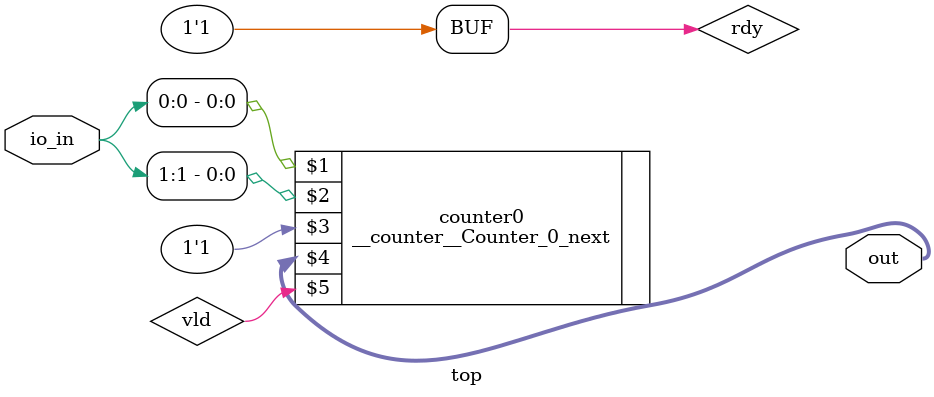
<source format=v>
module top(
  input wire [7:0] io_in,
  output wire [7:0] out
);
   wire 	    rdy = 1;
   wire 	    vld;
   __counter__Counter_0_next counter0(io_in[0], io_in[1], rdy, out, vld);
endmodule

</source>
